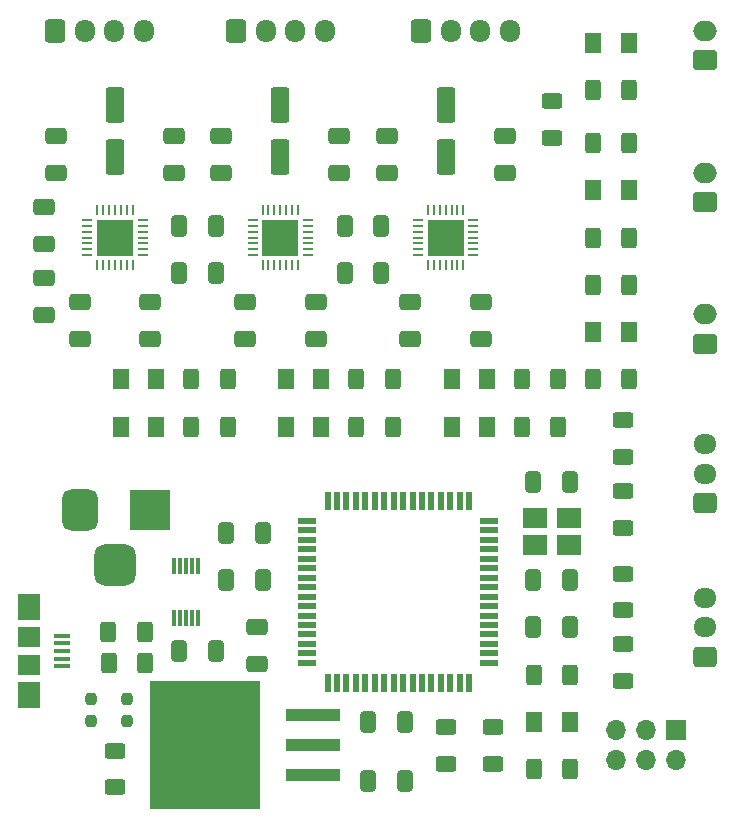
<source format=gbr>
%TF.GenerationSoftware,KiCad,Pcbnew,(6.0.4)*%
%TF.CreationDate,2022-04-19T21:44:47+02:00*%
%TF.ProjectId,coaster,636f6173-7465-4722-9e6b-696361645f70,rev?*%
%TF.SameCoordinates,Original*%
%TF.FileFunction,Soldermask,Top*%
%TF.FilePolarity,Negative*%
%FSLAX46Y46*%
G04 Gerber Fmt 4.6, Leading zero omitted, Abs format (unit mm)*
G04 Created by KiCad (PCBNEW (6.0.4)) date 2022-04-19 21:44:47*
%MOMM*%
%LPD*%
G01*
G04 APERTURE LIST*
G04 Aperture macros list*
%AMRoundRect*
0 Rectangle with rounded corners*
0 $1 Rounding radius*
0 $2 $3 $4 $5 $6 $7 $8 $9 X,Y pos of 4 corners*
0 Add a 4 corners polygon primitive as box body*
4,1,4,$2,$3,$4,$5,$6,$7,$8,$9,$2,$3,0*
0 Add four circle primitives for the rounded corners*
1,1,$1+$1,$2,$3*
1,1,$1+$1,$4,$5*
1,1,$1+$1,$6,$7*
1,1,$1+$1,$8,$9*
0 Add four rect primitives between the rounded corners*
20,1,$1+$1,$2,$3,$4,$5,0*
20,1,$1+$1,$4,$5,$6,$7,0*
20,1,$1+$1,$6,$7,$8,$9,0*
20,1,$1+$1,$8,$9,$2,$3,0*%
G04 Aperture macros list end*
%ADD10RoundRect,0.250000X0.625000X-0.400000X0.625000X0.400000X-0.625000X0.400000X-0.625000X-0.400000X0*%
%ADD11RoundRect,0.250000X-0.650000X0.412500X-0.650000X-0.412500X0.650000X-0.412500X0.650000X0.412500X0*%
%ADD12RoundRect,0.250000X0.650000X-0.412500X0.650000X0.412500X-0.650000X0.412500X-0.650000X-0.412500X0*%
%ADD13RoundRect,0.250000X-0.412500X-0.650000X0.412500X-0.650000X0.412500X0.650000X-0.412500X0.650000X0*%
%ADD14RoundRect,0.250000X-0.400000X-0.625000X0.400000X-0.625000X0.400000X0.625000X-0.400000X0.625000X0*%
%ADD15RoundRect,0.250000X0.550000X-1.250000X0.550000X1.250000X-0.550000X1.250000X-0.550000X-1.250000X0*%
%ADD16RoundRect,0.250000X-0.600000X-0.725000X0.600000X-0.725000X0.600000X0.725000X-0.600000X0.725000X0*%
%ADD17O,1.700000X1.950000*%
%ADD18RoundRect,0.250000X0.412500X0.650000X-0.412500X0.650000X-0.412500X-0.650000X0.412500X-0.650000X0*%
%ADD19R,3.500000X3.500000*%
%ADD20RoundRect,0.750000X-0.750000X-1.000000X0.750000X-1.000000X0.750000X1.000000X-0.750000X1.000000X0*%
%ADD21RoundRect,0.875000X-0.875000X-0.875000X0.875000X-0.875000X0.875000X0.875000X-0.875000X0.875000X0*%
%ADD22R,0.909599X0.254800*%
%ADD23R,0.254800X0.909599*%
%ADD24R,3.098800X3.098800*%
%ADD25R,1.700000X1.700000*%
%ADD26O,1.700000X1.700000*%
%ADD27R,2.100000X1.800000*%
%ADD28RoundRect,0.250001X0.462499X0.624999X-0.462499X0.624999X-0.462499X-0.624999X0.462499X-0.624999X0*%
%ADD29RoundRect,0.250000X-0.625000X0.400000X-0.625000X-0.400000X0.625000X-0.400000X0.625000X0.400000X0*%
%ADD30RoundRect,0.250001X-0.462499X-0.624999X0.462499X-0.624999X0.462499X0.624999X-0.462499X0.624999X0*%
%ADD31RoundRect,0.250000X0.400000X0.625000X-0.400000X0.625000X-0.400000X-0.625000X0.400000X-0.625000X0*%
%ADD32R,0.550000X1.500000*%
%ADD33R,1.500000X0.550000*%
%ADD34R,0.300000X1.400000*%
%ADD35RoundRect,0.250000X0.750000X-0.600000X0.750000X0.600000X-0.750000X0.600000X-0.750000X-0.600000X0*%
%ADD36O,2.000000X1.700000*%
%ADD37RoundRect,0.237500X-0.237500X0.250000X-0.237500X-0.250000X0.237500X-0.250000X0.237500X0.250000X0*%
%ADD38R,4.600000X1.100000*%
%ADD39R,9.400000X10.800000*%
%ADD40RoundRect,0.250000X0.725000X-0.600000X0.725000X0.600000X-0.725000X0.600000X-0.725000X-0.600000X0*%
%ADD41O,1.950000X1.700000*%
%ADD42R,1.400000X0.400000*%
%ADD43R,1.900000X1.800000*%
%ADD44R,1.900000X2.300000*%
G04 APERTURE END LIST*
D10*
%TO.C,R20*%
X159000000Y-77550000D03*
X159000000Y-74450000D03*
%TD*%
D11*
%TO.C,C1*%
X147000000Y-64437500D03*
X147000000Y-67562500D03*
%TD*%
%TO.C,C20*%
X127000000Y-64437500D03*
X127000000Y-67562500D03*
%TD*%
D12*
%TO.C,C29*%
X128000000Y-95125000D03*
X128000000Y-92000000D03*
%TD*%
D13*
%TO.C,C26*%
X125437500Y-88000000D03*
X128562500Y-88000000D03*
%TD*%
D14*
%TO.C,R5*%
X122450000Y-71000000D03*
X125550000Y-71000000D03*
%TD*%
D15*
%TO.C,C5*%
X130000000Y-52200000D03*
X130000000Y-47800000D03*
%TD*%
D11*
%TO.C,C11*%
X110000000Y-62437500D03*
X110000000Y-65562500D03*
%TD*%
D16*
%TO.C,J8*%
X110950000Y-41475000D03*
D17*
X113450000Y-41475000D03*
X115950000Y-41475000D03*
X118450000Y-41475000D03*
%TD*%
D18*
%TO.C,C25*%
X154562500Y-88000000D03*
X151437500Y-88000000D03*
%TD*%
D19*
%TO.C,J11*%
X119000000Y-82042500D03*
D20*
X113000000Y-82042500D03*
D21*
X116000000Y-86742500D03*
%TD*%
D13*
%TO.C,C24*%
X151437500Y-79700000D03*
X154562500Y-79700000D03*
%TD*%
D11*
%TO.C,C21*%
X113000000Y-64437500D03*
X113000000Y-67562500D03*
%TD*%
D22*
%TO.C,U3*%
X113652900Y-57500000D03*
X113652900Y-57999999D03*
X113652900Y-58500001D03*
X113652900Y-59000000D03*
X113652900Y-59499999D03*
X113652900Y-60000001D03*
X113652900Y-60500000D03*
D23*
X114500000Y-61347100D03*
X114999999Y-61347100D03*
X115500001Y-61347100D03*
X116000000Y-61347100D03*
X116499999Y-61347100D03*
X117000001Y-61347100D03*
X117500000Y-61347100D03*
D22*
X118347100Y-60500000D03*
X118347100Y-60000001D03*
X118347100Y-59499999D03*
X118347100Y-59000000D03*
X118347100Y-58500001D03*
X118347100Y-57999999D03*
X118347100Y-57500000D03*
D23*
X117500000Y-56652900D03*
X117000001Y-56652900D03*
X116499999Y-56652900D03*
X116000000Y-56652900D03*
X115500001Y-56652900D03*
X114999999Y-56652900D03*
X114500000Y-56652900D03*
D24*
X116000000Y-59000000D03*
%TD*%
D25*
%TO.C,J1*%
X163525000Y-100725000D03*
D26*
X163525000Y-103265000D03*
X160985000Y-100725000D03*
X160985000Y-103265000D03*
X158445000Y-100725000D03*
X158445000Y-103265000D03*
%TD*%
D13*
%TO.C,C22*%
X137437500Y-105000000D03*
X140562500Y-105000000D03*
%TD*%
D11*
%TO.C,C3*%
X119000000Y-64437500D03*
X119000000Y-67562500D03*
%TD*%
D27*
%TO.C,Y1*%
X154450000Y-82750000D03*
X151550000Y-82750000D03*
X151550000Y-85050000D03*
X154450000Y-85050000D03*
%TD*%
D22*
%TO.C,U2*%
X127652900Y-57500000D03*
X127652900Y-57999999D03*
X127652900Y-58500001D03*
X127652900Y-59000000D03*
X127652900Y-59499999D03*
X127652900Y-60000001D03*
X127652900Y-60500000D03*
D23*
X128500000Y-61347100D03*
X128999999Y-61347100D03*
X129500001Y-61347100D03*
X130000000Y-61347100D03*
X130499999Y-61347100D03*
X131000001Y-61347100D03*
X131500000Y-61347100D03*
D22*
X132347100Y-60500000D03*
X132347100Y-60000001D03*
X132347100Y-59499999D03*
X132347100Y-59000000D03*
X132347100Y-58500001D03*
X132347100Y-57999999D03*
X132347100Y-57500000D03*
D23*
X131500000Y-56652900D03*
X131000001Y-56652900D03*
X130499999Y-56652900D03*
X130000000Y-56652900D03*
X129500001Y-56652900D03*
X128999999Y-56652900D03*
X128500000Y-56652900D03*
D24*
X130000000Y-59000000D03*
%TD*%
D28*
%TO.C,D6*%
X147487500Y-71000000D03*
X144512500Y-71000000D03*
%TD*%
D29*
%TO.C,FB2*%
X116000000Y-102450000D03*
X116000000Y-105550000D03*
%TD*%
D30*
%TO.C,D8*%
X156512500Y-42487500D03*
X159487500Y-42487500D03*
%TD*%
D13*
%TO.C,C27*%
X125437500Y-84000000D03*
X128562500Y-84000000D03*
%TD*%
D14*
%TO.C,R12*%
X156450000Y-59000000D03*
X159550000Y-59000000D03*
%TD*%
D15*
%TO.C,C6*%
X116000000Y-52200000D03*
X116000000Y-47800000D03*
%TD*%
D18*
%TO.C,C7*%
X138562500Y-62000000D03*
X135437500Y-62000000D03*
%TD*%
D10*
%TO.C,R2*%
X144000000Y-103550000D03*
X144000000Y-100450000D03*
%TD*%
D18*
%TO.C,C9*%
X124562500Y-62000000D03*
X121437500Y-62000000D03*
%TD*%
D31*
%TO.C,R3*%
X154550000Y-96000000D03*
X151450000Y-96000000D03*
%TD*%
D15*
%TO.C,C4*%
X144000000Y-52200000D03*
X144000000Y-47800000D03*
%TD*%
D11*
%TO.C,C2*%
X133000000Y-64437500D03*
X133000000Y-67562500D03*
%TD*%
D12*
%TO.C,C18*%
X110000000Y-59562500D03*
X110000000Y-56437500D03*
%TD*%
D14*
%TO.C,R4*%
X122450000Y-75000000D03*
X125550000Y-75000000D03*
%TD*%
D16*
%TO.C,J9*%
X126250000Y-41475000D03*
D17*
X128750000Y-41475000D03*
X131250000Y-41475000D03*
X133750000Y-41475000D03*
%TD*%
D31*
%TO.C,R15*%
X159550000Y-51000000D03*
X156450000Y-51000000D03*
%TD*%
D10*
%TO.C,R1*%
X148000000Y-103550000D03*
X148000000Y-100450000D03*
%TD*%
D32*
%TO.C,U5*%
X134000000Y-96700000D03*
X134800000Y-96700000D03*
X135600000Y-96700000D03*
X136400000Y-96700000D03*
X137200000Y-96700000D03*
X138000000Y-96700000D03*
X138800000Y-96700000D03*
X139600000Y-96700000D03*
X140400000Y-96700000D03*
X141200000Y-96700000D03*
X142000000Y-96700000D03*
X142800000Y-96700000D03*
X143600000Y-96700000D03*
X144400000Y-96700000D03*
X145200000Y-96700000D03*
X146000000Y-96700000D03*
D33*
X147700000Y-95000000D03*
X147700000Y-94200000D03*
X147700000Y-93400000D03*
X147700000Y-92600000D03*
X147700000Y-91800000D03*
X147700000Y-91000000D03*
X147700000Y-90200000D03*
X147700000Y-89400000D03*
X147700000Y-88600000D03*
X147700000Y-87800000D03*
X147700000Y-87000000D03*
X147700000Y-86200000D03*
X147700000Y-85400000D03*
X147700000Y-84600000D03*
X147700000Y-83800000D03*
X147700000Y-83000000D03*
D32*
X146000000Y-81300000D03*
X145200000Y-81300000D03*
X144400000Y-81300000D03*
X143600000Y-81300000D03*
X142800000Y-81300000D03*
X142000000Y-81300000D03*
X141200000Y-81300000D03*
X140400000Y-81300000D03*
X139600000Y-81300000D03*
X138800000Y-81300000D03*
X138000000Y-81300000D03*
X137200000Y-81300000D03*
X136400000Y-81300000D03*
X135600000Y-81300000D03*
X134800000Y-81300000D03*
X134000000Y-81300000D03*
D33*
X132300000Y-83000000D03*
X132300000Y-83800000D03*
X132300000Y-84600000D03*
X132300000Y-85400000D03*
X132300000Y-86200000D03*
X132300000Y-87000000D03*
X132300000Y-87800000D03*
X132300000Y-88600000D03*
X132300000Y-89400000D03*
X132300000Y-90200000D03*
X132300000Y-91000000D03*
X132300000Y-91800000D03*
X132300000Y-92600000D03*
X132300000Y-93400000D03*
X132300000Y-94200000D03*
X132300000Y-95000000D03*
%TD*%
D13*
%TO.C,C23*%
X137437500Y-100000000D03*
X140562500Y-100000000D03*
%TD*%
D14*
%TO.C,R9*%
X150450000Y-71000000D03*
X153550000Y-71000000D03*
%TD*%
D11*
%TO.C,C19*%
X141000000Y-64437500D03*
X141000000Y-67562500D03*
%TD*%
D13*
%TO.C,C17*%
X121437500Y-58000000D03*
X124562500Y-58000000D03*
%TD*%
D34*
%TO.C,U6*%
X123000000Y-86800000D03*
X122500000Y-86800000D03*
X122000000Y-86800000D03*
X121500000Y-86800000D03*
X121000000Y-86800000D03*
X121000000Y-91200000D03*
X121500000Y-91200000D03*
X122000000Y-91200000D03*
X122500000Y-91200000D03*
X123000000Y-91200000D03*
%TD*%
D14*
%TO.C,R7*%
X136450000Y-71000000D03*
X139550000Y-71000000D03*
%TD*%
D12*
%TO.C,C14*%
X125000000Y-53562500D03*
X125000000Y-50437500D03*
%TD*%
D18*
%TO.C,C28*%
X154562500Y-92000000D03*
X151437500Y-92000000D03*
%TD*%
D35*
%TO.C,J3*%
X166000000Y-44000000D03*
D36*
X166000000Y-41500000D03*
%TD*%
D14*
%TO.C,R8*%
X150450000Y-75000000D03*
X153550000Y-75000000D03*
%TD*%
D35*
%TO.C,J5*%
X166000000Y-68000000D03*
D36*
X166000000Y-65500000D03*
%TD*%
D35*
%TO.C,J4*%
X166000000Y-56000000D03*
D36*
X166000000Y-53500000D03*
%TD*%
D30*
%TO.C,D9*%
X156512500Y-55000000D03*
X159487500Y-55000000D03*
%TD*%
D12*
%TO.C,C13*%
X149000000Y-53562500D03*
X149000000Y-50437500D03*
%TD*%
D28*
%TO.C,D3*%
X133487500Y-75000000D03*
X130512500Y-75000000D03*
%TD*%
D10*
%TO.C,R21*%
X159000000Y-96550000D03*
X159000000Y-93450000D03*
%TD*%
D28*
%TO.C,D4*%
X133487500Y-71000000D03*
X130512500Y-71000000D03*
%TD*%
D14*
%TO.C,R10*%
X151450000Y-104000000D03*
X154550000Y-104000000D03*
%TD*%
%TO.C,R18*%
X115450000Y-92380000D03*
X118550000Y-92380000D03*
%TD*%
D31*
%TO.C,R16*%
X159550000Y-63000000D03*
X156450000Y-63000000D03*
%TD*%
D28*
%TO.C,D1*%
X119487500Y-75000000D03*
X116512500Y-75000000D03*
%TD*%
D37*
%TO.C,RV2*%
X117010000Y-98087500D03*
X117010000Y-99912500D03*
%TD*%
D38*
%TO.C,U4*%
X132775000Y-104540000D03*
X132775000Y-102000000D03*
D39*
X123625000Y-102000000D03*
D38*
X132775000Y-99460000D03*
%TD*%
D40*
%TO.C,J7*%
X166000000Y-94475000D03*
D41*
X166000000Y-91975000D03*
X166000000Y-89475000D03*
%TD*%
D30*
%TO.C,D7*%
X151512500Y-100000000D03*
X154487500Y-100000000D03*
%TD*%
D28*
%TO.C,D5*%
X147487500Y-75000000D03*
X144512500Y-75000000D03*
%TD*%
D42*
%TO.C,J2*%
X111550000Y-92700000D03*
X111550000Y-93350000D03*
X111550000Y-94000000D03*
X111550000Y-94650000D03*
X111550000Y-95300000D03*
D43*
X108700000Y-95150000D03*
D44*
X108700000Y-97750000D03*
X108700000Y-90250000D03*
D43*
X108700000Y-92850000D03*
%TD*%
D14*
%TO.C,R6*%
X136450000Y-75000000D03*
X139550000Y-75000000D03*
%TD*%
D12*
%TO.C,C10*%
X135000000Y-53562500D03*
X135000000Y-50437500D03*
%TD*%
D14*
%TO.C,R13*%
X156450000Y-71000000D03*
X159550000Y-71000000D03*
%TD*%
D37*
%TO.C,RV1*%
X114000000Y-98087500D03*
X114000000Y-99912500D03*
%TD*%
D12*
%TO.C,C8*%
X139000000Y-53562500D03*
X139000000Y-50437500D03*
%TD*%
%TO.C,C15*%
X111000000Y-53562500D03*
X111000000Y-50437500D03*
%TD*%
D28*
%TO.C,D2*%
X119487500Y-71000000D03*
X116512500Y-71000000D03*
%TD*%
D16*
%TO.C,J10*%
X141950000Y-41475000D03*
D17*
X144450000Y-41475000D03*
X146950000Y-41475000D03*
X149450000Y-41475000D03*
%TD*%
D12*
%TO.C,C12*%
X121000000Y-53562500D03*
X121000000Y-50437500D03*
%TD*%
D18*
%TO.C,C30*%
X124562500Y-94000000D03*
X121437500Y-94000000D03*
%TD*%
D10*
%TO.C,R22*%
X159000000Y-90550000D03*
X159000000Y-87450000D03*
%TD*%
D14*
%TO.C,R11*%
X156450000Y-46487500D03*
X159550000Y-46487500D03*
%TD*%
D40*
%TO.C,J6*%
X166000000Y-81475000D03*
D41*
X166000000Y-78975000D03*
X166000000Y-76475000D03*
%TD*%
D14*
%TO.C,R17*%
X115460000Y-94980000D03*
X118560000Y-94980000D03*
%TD*%
D10*
%TO.C,R19*%
X159000000Y-83550000D03*
X159000000Y-80450000D03*
%TD*%
D22*
%TO.C,U1*%
X141652900Y-57500000D03*
X141652900Y-57999999D03*
X141652900Y-58500001D03*
X141652900Y-59000000D03*
X141652900Y-59499999D03*
X141652900Y-60000001D03*
X141652900Y-60500000D03*
D23*
X142500000Y-61347100D03*
X142999999Y-61347100D03*
X143500001Y-61347100D03*
X144000000Y-61347100D03*
X144499999Y-61347100D03*
X145000001Y-61347100D03*
X145500000Y-61347100D03*
D22*
X146347100Y-60500000D03*
X146347100Y-60000001D03*
X146347100Y-59499999D03*
X146347100Y-59000000D03*
X146347100Y-58500001D03*
X146347100Y-57999999D03*
X146347100Y-57500000D03*
D23*
X145500000Y-56652900D03*
X145000001Y-56652900D03*
X144499999Y-56652900D03*
X144000000Y-56652900D03*
X143500001Y-56652900D03*
X142999999Y-56652900D03*
X142500000Y-56652900D03*
D24*
X144000000Y-59000000D03*
%TD*%
D29*
%TO.C,R14*%
X153000000Y-47450000D03*
X153000000Y-50550000D03*
%TD*%
D13*
%TO.C,C16*%
X135437500Y-58000000D03*
X138562500Y-58000000D03*
%TD*%
D30*
%TO.C,D10*%
X156512500Y-67000000D03*
X159487500Y-67000000D03*
%TD*%
M02*

</source>
